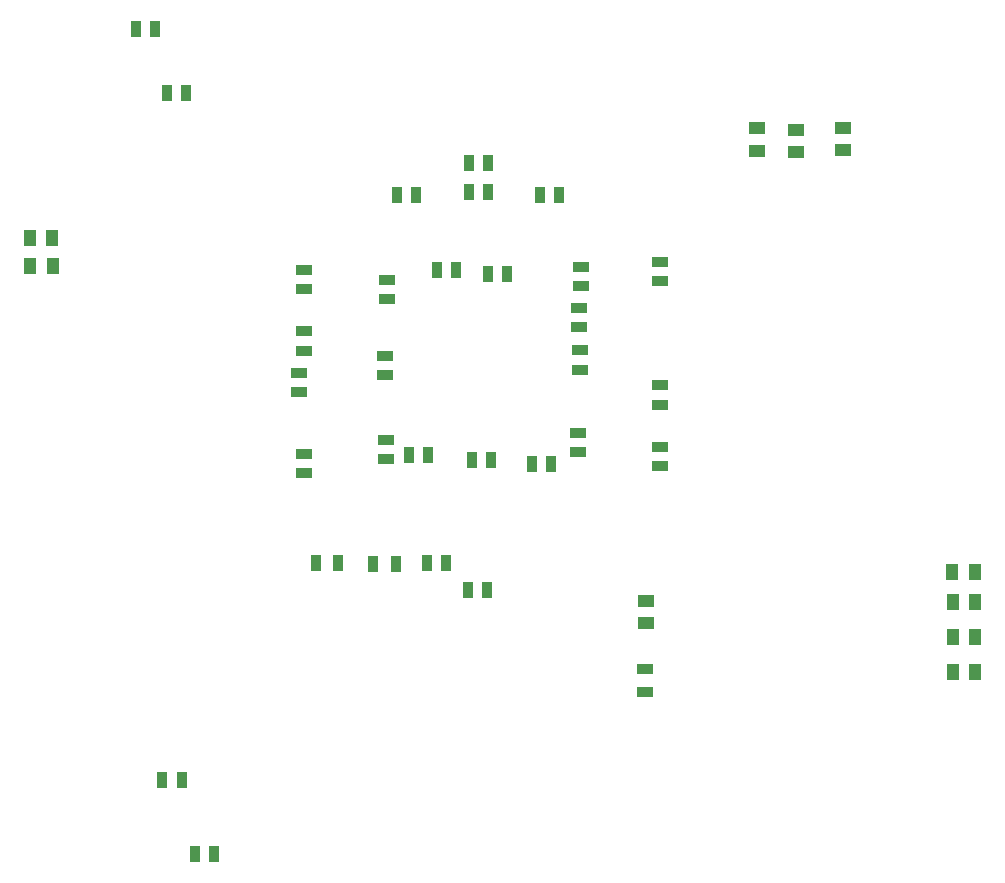
<source format=gbp>
G04*
G04 #@! TF.GenerationSoftware,Altium Limited,Altium Designer,18.0.7 (293)*
G04*
G04 Layer_Color=128*
%FSLAX25Y25*%
%MOIN*%
G70*
G01*
G75*
%ADD74R,0.03780X0.05472*%
%ADD75R,0.05472X0.03780*%
%ADD76R,0.03740X0.05512*%
%ADD77R,0.05709X0.03937*%
%ADD78R,0.05512X0.03740*%
%ADD79R,0.03937X0.05709*%
D74*
X189816Y297600D02*
D03*
X196195D02*
D03*
X176022Y164100D02*
D03*
X182400D02*
D03*
X196289Y287800D02*
D03*
X189911D02*
D03*
X185600Y261900D02*
D03*
X179222D02*
D03*
X176178Y200300D02*
D03*
X169800D02*
D03*
X196100Y260600D02*
D03*
X202478D02*
D03*
X197389Y198500D02*
D03*
X191011D02*
D03*
X217200Y197200D02*
D03*
X210822D02*
D03*
X166022Y286800D02*
D03*
X172400D02*
D03*
X219989D02*
D03*
X213611D02*
D03*
X189622Y155200D02*
D03*
X196000D02*
D03*
X94078Y91900D02*
D03*
X87700D02*
D03*
X85178Y342300D02*
D03*
X78800D02*
D03*
X95589Y320900D02*
D03*
X89211D02*
D03*
X104800Y67300D02*
D03*
X98422D02*
D03*
D75*
X133400Y221285D02*
D03*
Y227663D02*
D03*
X226700Y242900D02*
D03*
Y249278D02*
D03*
X162700Y252322D02*
D03*
Y258700D02*
D03*
X162200Y198722D02*
D03*
Y205100D02*
D03*
X227100Y262900D02*
D03*
Y256522D02*
D03*
X226900Y235089D02*
D03*
Y228711D02*
D03*
X226400Y207678D02*
D03*
Y201300D02*
D03*
X162000Y233278D02*
D03*
Y226900D02*
D03*
X134800Y261789D02*
D03*
Y255411D02*
D03*
X253500Y217048D02*
D03*
Y223426D02*
D03*
Y196522D02*
D03*
Y202900D02*
D03*
Y264478D02*
D03*
Y258100D02*
D03*
X134800Y200700D02*
D03*
Y194322D02*
D03*
Y241426D02*
D03*
Y235048D02*
D03*
D76*
X165440Y163900D02*
D03*
X157960D02*
D03*
X146400Y164100D02*
D03*
X138920D02*
D03*
D77*
X299000Y308700D02*
D03*
Y301220D02*
D03*
X286000Y301600D02*
D03*
Y309080D02*
D03*
X314500Y309200D02*
D03*
Y301720D02*
D03*
X248933Y151680D02*
D03*
Y144200D02*
D03*
D78*
X248736Y121260D02*
D03*
Y128740D02*
D03*
D79*
X358540Y161100D02*
D03*
X351060D02*
D03*
X358640Y139500D02*
D03*
X351160D02*
D03*
X358640Y151100D02*
D03*
X351160D02*
D03*
X358640Y127800D02*
D03*
X351160D02*
D03*
X51000Y272680D02*
D03*
X43520D02*
D03*
X51100Y263300D02*
D03*
X43620D02*
D03*
M02*

</source>
